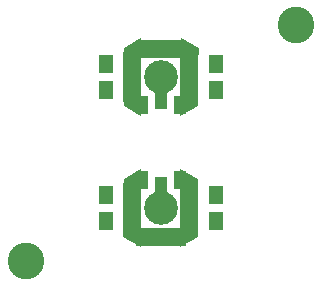
<source format=gbr>
G04 #@! TF.GenerationSoftware,KiCad,Pcbnew,(5.1.4-0-10_14)*
G04 #@! TF.CreationDate,2019-11-01T09:08:41+01:00*
G04 #@! TF.ProjectId,MasterModePushbutton,4d617374-6572-44d6-9f64-655075736862,rev?*
G04 #@! TF.SameCoordinates,Original*
G04 #@! TF.FileFunction,Soldermask,Top*
G04 #@! TF.FilePolarity,Negative*
%FSLAX46Y46*%
G04 Gerber Fmt 4.6, Leading zero omitted, Abs format (unit mm)*
G04 Created by KiCad (PCBNEW (5.1.4-0-10_14)) date 2019-11-01 09:08:41*
%MOMM*%
%LPD*%
G04 APERTURE LIST*
%ADD10R,1.300000X1.600000*%
%ADD11C,1.267508*%
%ADD12C,0.100000*%
%ADD13R,1.008000X1.490000*%
%ADD14R,1.490000X4.320000*%
%ADD15C,2.850000*%
%ADD16R,1.040000X2.850000*%
%ADD17R,4.320000X1.490000*%
%ADD18C,3.100000*%
G04 APERTURE END LIST*
D10*
X130596480Y-90387480D03*
X130596480Y-88187480D03*
X139846480Y-90387480D03*
X139846480Y-88187480D03*
X130596480Y-99297480D03*
X130596480Y-101497480D03*
X139846480Y-99297480D03*
X139846480Y-101497480D03*
D11*
X132816480Y-91437480D03*
D12*
G36*
X133561480Y-92595205D02*
G01*
X132071480Y-91740847D01*
X132071480Y-91134113D01*
X133561480Y-90279755D01*
X133561480Y-92595205D01*
X133561480Y-92595205D01*
G37*
D11*
X132816480Y-87137480D03*
D12*
G36*
X133561480Y-88295205D02*
G01*
X132071480Y-87440847D01*
X132071480Y-86834113D01*
X133561480Y-85979755D01*
X133561480Y-88295205D01*
X133561480Y-88295205D01*
G37*
D11*
X137616480Y-91437480D03*
D12*
G36*
X136871480Y-90279755D02*
G01*
X138361480Y-91134113D01*
X138361480Y-91740847D01*
X136871480Y-92595205D01*
X136871480Y-90279755D01*
X136871480Y-90279755D01*
G37*
D13*
X133616480Y-91687480D03*
D14*
X137631480Y-89287480D03*
D15*
X135216480Y-89287480D03*
D16*
X135216480Y-90537480D03*
D14*
X132801480Y-89287480D03*
D17*
X135216480Y-86872480D03*
D13*
X136816480Y-91687480D03*
D11*
X137666480Y-87137480D03*
D12*
G36*
X136921480Y-85979755D02*
G01*
X138411480Y-86834113D01*
X138411480Y-87440847D01*
X136921480Y-88295205D01*
X136921480Y-85979755D01*
X136921480Y-85979755D01*
G37*
D11*
X137616480Y-98247480D03*
D12*
G36*
X136871480Y-97089755D02*
G01*
X138361480Y-97944113D01*
X138361480Y-98550847D01*
X136871480Y-99405205D01*
X136871480Y-97089755D01*
X136871480Y-97089755D01*
G37*
D11*
X137616480Y-102547480D03*
D12*
G36*
X136871480Y-101389755D02*
G01*
X138361480Y-102244113D01*
X138361480Y-102850847D01*
X136871480Y-103705205D01*
X136871480Y-101389755D01*
X136871480Y-101389755D01*
G37*
D11*
X132816480Y-98247480D03*
D12*
G36*
X133561480Y-99405205D02*
G01*
X132071480Y-98550847D01*
X132071480Y-97944113D01*
X133561480Y-97089755D01*
X133561480Y-99405205D01*
X133561480Y-99405205D01*
G37*
D13*
X136816480Y-97997480D03*
D14*
X132801480Y-100397480D03*
D15*
X135216480Y-100397480D03*
D16*
X135216480Y-99147480D03*
D14*
X137631480Y-100397480D03*
D17*
X135216480Y-102812480D03*
D13*
X133616480Y-97997480D03*
D11*
X132766480Y-102547480D03*
D12*
G36*
X133511480Y-103705205D02*
G01*
X132021480Y-102850847D01*
X132021480Y-102244113D01*
X133511480Y-101389755D01*
X133511480Y-103705205D01*
X133511480Y-103705205D01*
G37*
D18*
X146646480Y-84837480D03*
X123796480Y-104847480D03*
M02*

</source>
